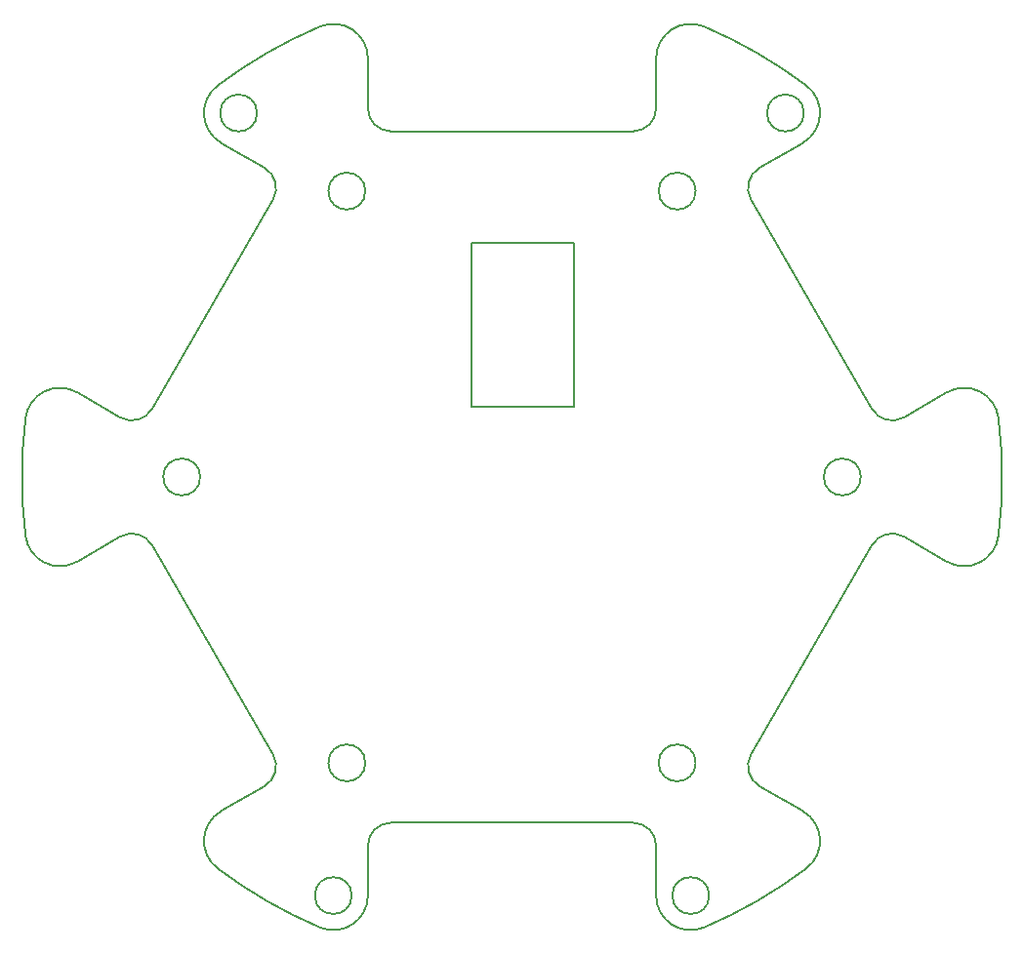
<source format=gbr>
%TF.GenerationSoftware,KiCad,Pcbnew,7.0.11*%
%TF.CreationDate,2025-01-20T02:02:22+09:00*%
%TF.ProjectId,CAM,43414d2e-6b69-4636-9164-5f7063625858,rev?*%
%TF.SameCoordinates,Original*%
%TF.FileFunction,Profile,NP*%
%FSLAX46Y46*%
G04 Gerber Fmt 4.6, Leading zero omitted, Abs format (unit mm)*
G04 Created by KiCad (PCBNEW 7.0.11) date 2025-01-20 02:02:22*
%MOMM*%
%LPD*%
G01*
G04 APERTURE LIST*
%TA.AperFunction,Profile*%
%ADD10C,0.200000*%
%TD*%
G04 APERTURE END LIST*
D10*
X110182099Y-106702822D02*
G75*
G03*
X114660347Y-108940714I2978301J360222D01*
G01*
X139874611Y-69600128D02*
X139874611Y-65268324D01*
X135697401Y-62508957D02*
G75*
G03*
X126859265Y-67611644I16677199J-39091243D01*
G01*
X139649217Y-76787562D02*
G75*
G03*
X136449219Y-76787562I-1599999J0D01*
G01*
X136449219Y-76787562D02*
G75*
G03*
X139649217Y-76787562I1599999J0D01*
G01*
X141874611Y-131600128D02*
X162874611Y-131600129D01*
X118411801Y-96425446D02*
G75*
G03*
X121143848Y-95693395I999999J1732046D01*
G01*
X173105374Y-125693397D02*
X183605374Y-107506861D01*
X126859262Y-135588613D02*
G75*
G03*
X135697399Y-140691310I25515238J33988313D01*
G01*
X118411801Y-96425446D02*
X114660346Y-94259544D01*
X169051831Y-62508941D02*
G75*
G03*
X164874611Y-65268325I-1177231J-2759359D01*
G01*
X194567194Y-96497428D02*
G75*
G03*
X190088877Y-94259545I-2978294J-360172D01*
G01*
X164874566Y-137931933D02*
G75*
G03*
X169051828Y-140691309I3000034J33D01*
G01*
X130260349Y-70010833D02*
G75*
G03*
X127060347Y-70010833I-1600001J0D01*
G01*
X127060347Y-70010833D02*
G75*
G03*
X130260349Y-70010833I1600001J0D01*
G01*
X173837456Y-74774863D02*
G75*
G03*
X173105374Y-77506863I999944J-1732037D01*
G01*
X139649001Y-126412564D02*
G75*
G03*
X136448999Y-126412564I-1600001J0D01*
G01*
X136448999Y-126412564D02*
G75*
G03*
X139649001Y-126412564I1600001J0D01*
G01*
X177688878Y-70010833D02*
G75*
G03*
X174488876Y-70010833I-1600001J0D01*
G01*
X174488876Y-70010833D02*
G75*
G03*
X177688878Y-70010833I1600001J0D01*
G01*
X110182050Y-96497429D02*
G75*
G03*
X110182050Y-106702828I42192560J-5102701D01*
G01*
X164874611Y-133600129D02*
X164874611Y-137931933D01*
X139874572Y-69600128D02*
G75*
G03*
X141874611Y-71600128I2000028J28D01*
G01*
X177889956Y-67611650D02*
G75*
G03*
X169051828Y-62508948I-25515356J-33988450D01*
G01*
X139874611Y-137931932D02*
X139874611Y-133600128D01*
X190088877Y-94259544D02*
X186337426Y-96425446D01*
X177889938Y-135588582D02*
G75*
G03*
X177588878Y-130591347I-1801038J2399182D01*
G01*
X114660347Y-108940714D02*
X118411799Y-106774809D01*
X164874611Y-65268325D02*
X164874611Y-69600129D01*
X148844000Y-81280000D02*
X157734000Y-81280000D01*
X157734000Y-95504000D01*
X148844000Y-95504000D01*
X148844000Y-81280000D01*
X182625619Y-101600258D02*
G75*
G03*
X179425619Y-101600258I-1600000J0D01*
G01*
X179425619Y-101600258D02*
G75*
G03*
X182625619Y-101600258I1600000J0D01*
G01*
X168300229Y-76787690D02*
G75*
G03*
X165100225Y-76787690I-1600002J0D01*
G01*
X165100225Y-76787690D02*
G75*
G03*
X168300229Y-76787690I1600002J0D01*
G01*
X194567176Y-106702828D02*
G75*
G03*
X194567176Y-96497430I-42192556J5102698D01*
G01*
X126859230Y-67611598D02*
G75*
G03*
X127160346Y-72608908I1801070J-2399202D01*
G01*
X173837425Y-74774809D02*
X177588878Y-72608908D01*
X177588878Y-130591346D02*
X173837427Y-128425446D01*
X121143848Y-107506862D02*
X131643851Y-125693397D01*
X190088908Y-108940660D02*
G75*
G03*
X194567176Y-106702828I1499992J2598060D01*
G01*
X162874611Y-71600111D02*
G75*
G03*
X164874611Y-69600129I-11J2000011D01*
G01*
X121143832Y-107506871D02*
G75*
G03*
X118411799Y-106774810I-1732032J-999929D01*
G01*
X127160346Y-72608908D02*
X130911800Y-74774808D01*
X162874611Y-71600128D02*
X141874611Y-71600128D01*
X186337401Y-106774852D02*
G75*
G03*
X183605374Y-107506861I-1000001J-1732048D01*
G01*
X139874573Y-65268324D02*
G75*
G03*
X135697396Y-62508947I-2999973J24D01*
G01*
X177588850Y-72608859D02*
G75*
G03*
X177889960Y-67611645I-1499950J2598059D01*
G01*
X138474612Y-137931934D02*
G75*
G03*
X135274612Y-137931934I-1600000J0D01*
G01*
X135274612Y-137931934D02*
G75*
G03*
X138474612Y-137931934I1600000J0D01*
G01*
X183605374Y-95693395D02*
X173105374Y-77506863D01*
X127160325Y-130591311D02*
G75*
G03*
X126859265Y-135588609I1500075J-2598089D01*
G01*
X135697404Y-140691298D02*
G75*
G03*
X139874611Y-137931932I1177196J2759398D01*
G01*
X169474615Y-137931934D02*
G75*
G03*
X166274611Y-137931934I-1600002J0D01*
G01*
X166274611Y-137931934D02*
G75*
G03*
X169474615Y-137931934I1600002J0D01*
G01*
X130911785Y-128425419D02*
G75*
G03*
X131643851Y-125693397I-999885J1732019D01*
G01*
X130911800Y-128425446D02*
X127160346Y-130591347D01*
X186337426Y-106774808D02*
X190088877Y-108940714D01*
X183605346Y-95693411D02*
G75*
G03*
X186337426Y-96425445I1732054J1000011D01*
G01*
X173105372Y-125693396D02*
G75*
G03*
X173837427Y-128425446I1732028J-1000004D01*
G01*
X114660318Y-94259592D02*
G75*
G03*
X110182049Y-96497429I-1500018J-2598008D01*
G01*
X164874571Y-133600129D02*
G75*
G03*
X162874611Y-131600129I-1999971J29D01*
G01*
X141874611Y-131600111D02*
G75*
G03*
X139874611Y-133600128I-11J-1999989D01*
G01*
X131643851Y-77506863D02*
X121143848Y-95693395D01*
X131643897Y-77506890D02*
G75*
G03*
X130911800Y-74774809I-1732097J999990D01*
G01*
X125323604Y-101600003D02*
G75*
G03*
X122123604Y-101600003I-1600000J0D01*
G01*
X122123604Y-101600003D02*
G75*
G03*
X125323604Y-101600003I1600000J0D01*
G01*
X169051827Y-140691308D02*
G75*
G03*
X177889960Y-135588611I-16677227J39091208D01*
G01*
X168300007Y-126412692D02*
G75*
G03*
X165100007Y-126412692I-1600000J0D01*
G01*
X165100007Y-126412692D02*
G75*
G03*
X168300007Y-126412692I1600000J0D01*
G01*
M02*

</source>
